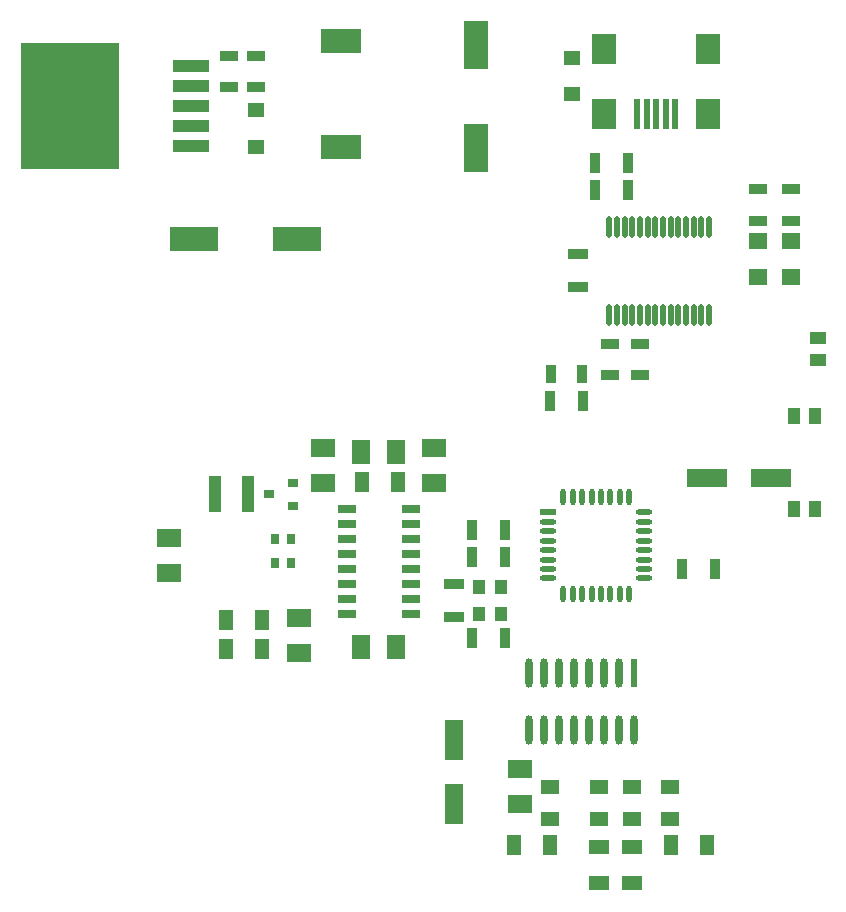
<source format=gtp>
G04*
G04 #@! TF.GenerationSoftware,Altium Limited,Altium Designer,22.5.1 (42)*
G04*
G04 Layer_Color=8421504*
%FSLAX44Y44*%
%MOMM*%
G71*
G04*
G04 #@! TF.SameCoordinates,D36B5827-C087-4E08-AA9B-A7BE46811C41*
G04*
G04*
G04 #@! TF.FilePolarity,Positive*
G04*
G01*
G75*
%ADD17R,1.3500X1.0000*%
%ADD18R,0.5000X2.5000*%
%ADD19R,2.0000X2.5000*%
%ADD20R,3.5000X1.6000*%
%ADD21R,3.5000X2.0000*%
%ADD22R,1.4000X1.2000*%
%ADD23O,0.4500X1.8500*%
%ADD24R,1.5500X0.9000*%
%ADD25R,1.7000X0.9500*%
%ADD26R,2.0000X4.1000*%
%ADD27R,1.1000X1.3000*%
G04:AMPARAMS|DCode=28|XSize=0.4858mm|YSize=1.4044mm|CornerRadius=0.2429mm|HoleSize=0mm|Usage=FLASHONLY|Rotation=0.000|XOffset=0mm|YOffset=0mm|HoleType=Round|Shape=RoundedRectangle|*
%AMROUNDEDRECTD28*
21,1,0.4858,0.9186,0,0,0.0*
21,1,0.0000,1.4044,0,0,0.0*
1,1,0.4858,0.0000,-0.4593*
1,1,0.4858,0.0000,-0.4593*
1,1,0.4858,0.0000,0.4593*
1,1,0.4858,0.0000,0.4593*
%
%ADD28ROUNDEDRECTD28*%
G04:AMPARAMS|DCode=29|XSize=1.4044mm|YSize=0.4858mm|CornerRadius=0.2429mm|HoleSize=0mm|Usage=FLASHONLY|Rotation=0.000|XOffset=0mm|YOffset=0mm|HoleType=Round|Shape=RoundedRectangle|*
%AMROUNDEDRECTD29*
21,1,1.4044,0.0000,0,0,0.0*
21,1,0.9186,0.4858,0,0,0.0*
1,1,0.4858,0.4593,0.0000*
1,1,0.4858,-0.4593,0.0000*
1,1,0.4858,-0.4593,0.0000*
1,1,0.4858,0.4593,0.0000*
%
%ADD29ROUNDEDRECTD29*%
%ADD30R,1.4044X0.4858*%
%ADD31R,1.6000X3.5000*%
%ADD32R,2.0000X1.6500*%
%ADD33R,0.9000X0.8000*%
%ADD34R,0.6587X0.8121*%
%ADD35R,1.0200X3.0200*%
%ADD36R,1.2500X1.8000*%
%ADD37R,1.5000X1.4000*%
%ADD38R,1.5250X0.7000*%
%ADD39R,1.6500X2.0000*%
%ADD40R,0.9500X1.7000*%
%ADD41R,1.0000X1.3500*%
%ADD42R,0.9000X1.5500*%
%ADD43R,1.8000X1.2500*%
%ADD44R,1.5000X1.2000*%
G04:AMPARAMS|DCode=45|XSize=2.4741mm|YSize=0.6221mm|CornerRadius=0.3111mm|HoleSize=0mm|Usage=FLASHONLY|Rotation=270.000|XOffset=0mm|YOffset=0mm|HoleType=Round|Shape=RoundedRectangle|*
%AMROUNDEDRECTD45*
21,1,2.4741,0.0000,0,0,270.0*
21,1,1.8519,0.6221,0,0,270.0*
1,1,0.6221,0.0000,-0.9260*
1,1,0.6221,0.0000,0.9260*
1,1,0.6221,0.0000,0.9260*
1,1,0.6221,0.0000,-0.9260*
%
%ADD45ROUNDEDRECTD45*%
%ADD46R,0.6221X2.4741*%
%ADD47R,8.3800X10.6600*%
%ADD48R,3.0500X1.0160*%
%ADD49R,4.1000X2.0000*%
D17*
X1360170Y988170D02*
D03*
Y970170D02*
D03*
D18*
X1207010Y1177910D02*
D03*
X1215010D02*
D03*
X1223010D02*
D03*
X1231010D02*
D03*
X1239010D02*
D03*
D19*
X1179010D02*
D03*
X1267010D02*
D03*
X1179010Y1232910D02*
D03*
X1267010D02*
D03*
D20*
X1265860Y869950D02*
D03*
X1319860D02*
D03*
D21*
X956310Y1240070D02*
D03*
Y1150070D02*
D03*
D22*
X1151890Y1194810D02*
D03*
Y1225810D02*
D03*
X883920Y1181360D02*
D03*
Y1150360D02*
D03*
D23*
X1183300Y1007960D02*
D03*
X1189800D02*
D03*
X1196300D02*
D03*
X1202800D02*
D03*
X1209300D02*
D03*
X1215800D02*
D03*
X1222300D02*
D03*
X1228800D02*
D03*
X1235300D02*
D03*
X1241800D02*
D03*
X1248300D02*
D03*
X1254800D02*
D03*
X1261300D02*
D03*
X1267800D02*
D03*
X1183300Y1082460D02*
D03*
X1189800D02*
D03*
X1196300D02*
D03*
X1202800D02*
D03*
X1209300D02*
D03*
X1215800D02*
D03*
X1222300D02*
D03*
X1228800D02*
D03*
X1235300D02*
D03*
X1241800D02*
D03*
X1248300D02*
D03*
X1254800D02*
D03*
X1261300D02*
D03*
X1267800D02*
D03*
D24*
X1183640Y983530D02*
D03*
Y957030D02*
D03*
X1209040Y983530D02*
D03*
Y957030D02*
D03*
X1309370Y1087840D02*
D03*
Y1114340D02*
D03*
X1337310Y1087840D02*
D03*
Y1114340D02*
D03*
X883920Y1200870D02*
D03*
Y1227370D02*
D03*
X861060Y1227370D02*
D03*
Y1200870D02*
D03*
D25*
X1156970Y1031210D02*
D03*
Y1059210D02*
D03*
X1051560Y751810D02*
D03*
Y779810D02*
D03*
D26*
X1070610Y1149030D02*
D03*
Y1236030D02*
D03*
D27*
X1072540Y777310D02*
D03*
Y754310D02*
D03*
X1091540D02*
D03*
Y777310D02*
D03*
D28*
X1144210Y853553D02*
D03*
X1152210D02*
D03*
X1160210D02*
D03*
X1168210D02*
D03*
X1176210D02*
D03*
X1184210D02*
D03*
X1192210D02*
D03*
X1200210D02*
D03*
Y772047D02*
D03*
X1192210D02*
D03*
X1184210D02*
D03*
X1176210D02*
D03*
X1168210D02*
D03*
X1160210D02*
D03*
X1152210D02*
D03*
X1144210D02*
D03*
D29*
X1212963Y840800D02*
D03*
Y832800D02*
D03*
Y824800D02*
D03*
Y816800D02*
D03*
Y808800D02*
D03*
Y800800D02*
D03*
Y792800D02*
D03*
Y784800D02*
D03*
X1131457D02*
D03*
Y792800D02*
D03*
Y800800D02*
D03*
Y808800D02*
D03*
Y816800D02*
D03*
Y824800D02*
D03*
Y832800D02*
D03*
D30*
Y840800D02*
D03*
D31*
X1051560Y648030D02*
D03*
Y594030D02*
D03*
D32*
X1107440Y623080D02*
D03*
Y593580D02*
D03*
X810260Y789160D02*
D03*
Y818660D02*
D03*
X920750Y751350D02*
D03*
Y721850D02*
D03*
X941070Y865360D02*
D03*
Y894860D02*
D03*
X1035050Y865360D02*
D03*
Y894860D02*
D03*
D33*
X915510Y846480D02*
D03*
Y865480D02*
D03*
X895510Y855980D02*
D03*
D34*
X900013Y817880D02*
D03*
X913547D02*
D03*
X900013Y797560D02*
D03*
X913547D02*
D03*
D35*
X877600Y855980D02*
D03*
X849600D02*
D03*
D36*
X974080Y866140D02*
D03*
X1004580D02*
D03*
X858510Y749300D02*
D03*
X889010D02*
D03*
X858510Y725170D02*
D03*
X889010D02*
D03*
X1132850Y558800D02*
D03*
X1102350D02*
D03*
X1235700D02*
D03*
X1266200D02*
D03*
D37*
X1309370Y1070370D02*
D03*
Y1040370D02*
D03*
X1337310Y1070370D02*
D03*
Y1040370D02*
D03*
D38*
X961390Y843280D02*
D03*
Y830580D02*
D03*
Y817880D02*
D03*
Y805180D02*
D03*
Y792480D02*
D03*
Y779780D02*
D03*
Y767080D02*
D03*
Y754380D02*
D03*
X1015630D02*
D03*
Y767080D02*
D03*
Y779780D02*
D03*
Y792480D02*
D03*
Y805180D02*
D03*
Y817880D02*
D03*
Y830580D02*
D03*
Y843280D02*
D03*
D39*
X1002810Y726440D02*
D03*
X973310D02*
D03*
X1002810Y891540D02*
D03*
X973310D02*
D03*
D40*
X1198910Y1113790D02*
D03*
X1170910D02*
D03*
X1198910Y1136650D02*
D03*
X1170910D02*
D03*
X1066770Y802640D02*
D03*
X1094770D02*
D03*
X1066770Y825500D02*
D03*
X1094770D02*
D03*
X1272570Y792480D02*
D03*
X1244570D02*
D03*
X1132810Y934720D02*
D03*
X1160810D02*
D03*
X1066770Y734060D02*
D03*
X1094770D02*
D03*
D41*
X1357740Y922020D02*
D03*
X1339740D02*
D03*
X1357740Y843280D02*
D03*
X1339740D02*
D03*
D42*
X1133560Y957580D02*
D03*
X1160060D02*
D03*
D43*
X1174750Y557540D02*
D03*
Y527040D02*
D03*
X1202690Y557540D02*
D03*
Y527040D02*
D03*
D44*
X1132840Y607860D02*
D03*
Y580860D02*
D03*
X1174750Y607860D02*
D03*
Y580860D02*
D03*
X1202690Y607860D02*
D03*
Y580860D02*
D03*
X1234440Y607860D02*
D03*
Y580860D02*
D03*
D45*
X1203960Y656559D02*
D03*
X1191260D02*
D03*
X1178560D02*
D03*
X1165860D02*
D03*
X1153160D02*
D03*
X1140460D02*
D03*
X1127760D02*
D03*
X1115060D02*
D03*
Y704881D02*
D03*
X1127760D02*
D03*
X1140460D02*
D03*
X1153160D02*
D03*
X1165860D02*
D03*
X1178560D02*
D03*
X1191260D02*
D03*
D46*
X1203960D02*
D03*
D47*
X726340Y1184910D02*
D03*
D48*
X829390Y1218950D02*
D03*
Y1201930D02*
D03*
Y1184910D02*
D03*
Y1167890D02*
D03*
Y1150870D02*
D03*
D49*
X831530Y1071880D02*
D03*
X918530D02*
D03*
M02*

</source>
